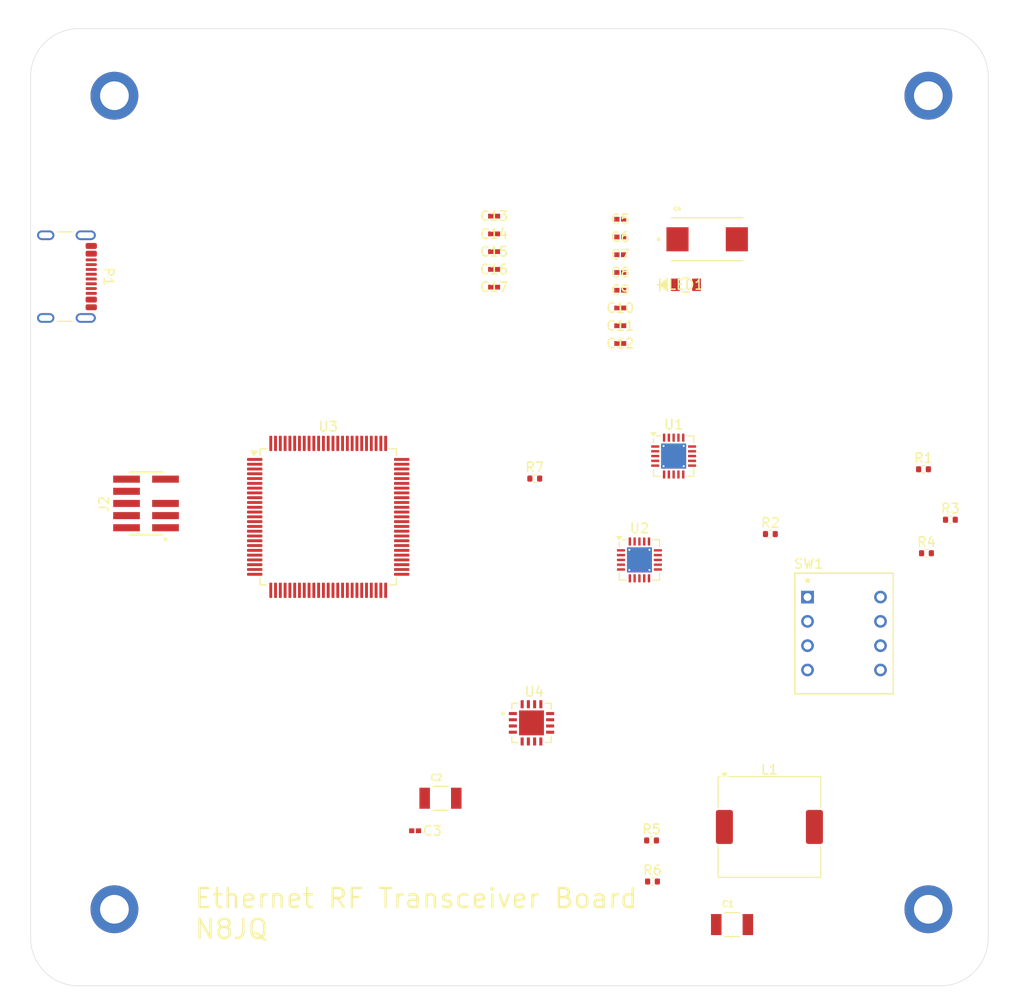
<source format=kicad_pcb>
(kicad_pcb (version 20241229) (generator "pcbnew") (generator_version "9.0")
  (layers (0 "F.Cu" signal "L1_Top") (4 "In1.Cu" power "L2_PWR") (6 "In2.Cu" power "L3_GND") (8 "In3.Cu" signal "L4_SIG") (10 "In4.Cu" power "L5_GND") (12 "In5.Cu" power "L6_GND") (14 "In6.Cu" signal "L7_SIG") (16 "In7.Cu" power "L8_GND") (18 "In8.Cu" power "L9_PWR") (2 "B.Cu" signal "L10_Bottom") (13 "F.Paste" user) (15 "B.Paste" user) (5 "F.SilkS" user "F.Silkscreen") (7 "B.SilkS" user "B.Silkscreen") (1 "F.Mask" user) (3 "B.Mask" user) (25 "Edge.Cuts" user))
  (net 0 "")
  (net 2 "+3.3V")
  (net 36 "GND")
  (net 122 "Net-(R3-Pad1)")
  (net 123 "Net-(R4-Pad1)")
  (net 124 "Boot0")
  (net 125 "Boot1")
  (net 126 "SWDCLK")
  (net 127 "SWDIO")
  (net 128 "NRST")
  (net 129 "SWO")
  (net 130 "SWCLK")
  (net 131 "Net-(U4-SW)")
  (net 132 "Net-(U4-EN)")
  (net 133 "Net-(U4-PGOOD)")
  (net 134 "+5V")
  (net 139 "Net-(LED1-Pad1)")
  (footprint "C0402C104J8RACTU:CAPC10555_55N_KEM-L" (layer "F.Cu") (at 157.824399 80.885985)
    (property "Reference" "C12" (at 0 0 0) (layer "F.SilkS"))
    (property "Value" "100nF")
    (pad "1" smd rect (at -0.350799 0) (size 0.551599 0.499199) (layers "F.Cu" "F.Mask" "F.Paste") (net 2 "+3.3V"))
    (pad "2" smd rect (at 0.350799 0) (size 0.551599 0.499199) (layers "F.Cu" "F.Mask" "F.Paste") (net 36 "GND"))
  )
  (footprint "Resistor_SMD:R_0402_1005Metric" (layer "F.Cu") (at 189.8 102.8)
    (property "Reference" "R4" (at 0 -1.17 0) (layer "F.SilkS"))
    (property "Value" "1K")
    (fp_line (start -0.153641 -0.38) (end 0.153641 -0.38) (stroke (width 0.12)) (layer "F.SilkS"))
    (fp_line (start -0.153641 0.38) (end 0.153641 0.38) (stroke (width 0.12)) (layer "F.SilkS"))
    (pad "1" smd roundrect (at -0.51 0) (size 0.54 0.64) (layers "F.Cu" "F.Mask" "F.Paste") (net 123 "Net-(R4-Pad1)"))
    (pad "2" smd roundrect (at 0.51 0) (size 0.54 0.64) (layers "F.Cu" "F.Mask" "F.Paste") (net 36 "GND"))
  )
  (footprint "Resistor_SMD:R_0402_1005Metric" (layer "F.Cu") (at 189.49 94.03)
    (property "Reference" "R1" (at 0 -1.17 0) (layer "F.SilkS"))
    (property "Value" "100k")
    (fp_line (start -0.153641 -0.38) (end 0.153641 -0.38) (stroke (width 0.12)) (layer "F.SilkS"))
    (fp_line (start -0.153641 0.38) (end 0.153641 0.38) (stroke (width 0.12)) (layer "F.SilkS"))
    (pad "1" smd roundrect (at -0.51 0) (size 0.54 0.64) (layers "F.Cu" "F.Mask" "F.Paste") (net 2 "+3.3V"))
    (pad "2" smd roundrect (at 0.51 0) (size 0.54 0.64) (layers "F.Cu" "F.Mask" "F.Paste") (net 124 "Boot0"))
  )
  (footprint "C0402C104J8RACTU:CAPC10555_55N_KEM-L" (layer "F.Cu") (at 157.824399 69.757197)
    (property "Reference" "C6" (at 0 0 0) (layer "F.SilkS"))
    (property "Value" "100nF")
    (pad "1" smd rect (at -0.350799 0) (size 0.551599 0.499199) (layers "F.Cu" "F.Mask" "F.Paste") (net 2 "+3.3V"))
    (pad "2" smd rect (at 0.350799 0) (size 0.551599 0.499199) (layers "F.Cu" "F.Mask" "F.Paste") (net 36 "GND"))
  )
  (footprint "C0402C104J8RACTU:CAPC10555_55N_KEM-L" (layer "F.Cu") (at 157.824399 75.321591)
    (property "Reference" "C9" (at 0 0 0) (layer "F.SilkS"))
    (property "Value" "100nF")
    (pad "1" smd rect (at -0.350799 0) (size 0.551599 0.499199) (layers "F.Cu" "F.Mask" "F.Paste") (net 2 "+3.3V"))
    (pad "2" smd rect (at 0.350799 0) (size 0.551599 0.499199) (layers "F.Cu" "F.Mask" "F.Paste") (net 36 "GND"))
  )
  (footprint "Package_DFN_QFN:QFN-20-1EP_4x4mm_P0.5mm_EP2.6x2.6mm_ThermalVias" (layer "F.Cu") (at 159.825 103.5)
    (property "Reference" "U2" (at 0 -3.3 0) (layer "F.SilkS"))
    (property "Value" "Si4464")
    (fp_line (start -2.11 -1.385) (end -2.11 -1.87) (stroke (width 0.12)) (layer "F.SilkS"))
    (fp_line (start -2.11 2.11) (end -2.11 1.385) (stroke (width 0.12)) (layer "F.SilkS"))
    (fp_line (start -1.385 -2.11) (end -1.81 -2.11) (stroke (width 0.12)) (layer "F.SilkS"))
    (fp_line (start -1.385 2.11) (end -2.11 2.11) (stroke (width 0.12)) (layer "F.SilkS"))
    (fp_line (start 1.385 -2.11) (end 2.11 -2.11) (stroke (width 0.12)) (layer "F.SilkS"))
    (fp_line (start 1.385 2.11) (end 2.11 2.11) (stroke (width 0.12)) (layer "F.SilkS"))
    (fp_line (start 2.11 -2.11) (end 2.11 -1.385) (stroke (width 0.12)) (layer "F.SilkS"))
    (fp_line (start 2.11 2.11) (end 2.11 1.385) (stroke (width 0.12)) (layer "F.SilkS"))
    (fp_poly (pts (xy -2.11 -2.11) (xy -2.35 -2.44) (xy -1.87 -2.44)) (stroke (width 0.12)) (fill yes) (layer "F.SilkS"))
    (pad "1" smd roundrect (at -1.925 -1) (size 0.85 0.25) (layers "F.Cu" "F.Mask" "F.Paste"))
    (pad "2" smd roundrect (at -1.925 -0.5) (size 0.85 0.25) (layers "F.Cu" "F.Mask" "F.Paste"))
    (pad "3" smd roundrect (at -1.925 0) (size 0.85 0.25) (layers "F.Cu" "F.Mask" "F.Paste"))
    (pad "4" smd roundrect (at -1.925 0.5) (size 0.85 0.25) (layers "F.Cu" "F.Mask" "F.Paste"))
    (pad "5" smd roundrect (at -1.925 1) (size 0.85 0.25) (layers "F.Cu" "F.Mask" "F.Paste"))
    (pad "6" smd roundrect (at -1 1.925) (size 0.25 0.85) (layers "F.Cu" "F.Mask" "F.Paste") (net 2 "+3.3V"))
    (pad "7" smd roundrect (at -0.5 1.925) (size 0.25 0.85) (layers "F.Cu" "F.Mask" "F.Paste"))
    (pad "8" smd roundrect (at 0 1.925) (size 0.25 0.85) (layers "F.Cu" "F.Mask" "F.Paste") (net 2 "+3.3V"))
    (pad "9" smd roundrect (at 0.5 1.925) (size 0.25 0.85) (layers "F.Cu" "F.Mask" "F.Paste"))
    (pad "10" smd roundrect (at 1 1.925) (size 0.25 0.85) (layers "F.Cu" "F.Mask" "F.Paste"))
    (pad "11" smd roundrect (at 1.925 1) (size 0.85 0.25) (layers "F.Cu" "F.Mask" "F.Paste"))
    (pad "12" smd roundrect (at 1.925 0.5) (size 0.85 0.25) (layers "F.Cu" "F.Mask" "F.Paste"))
    (pad "13" smd roundrect (at 1.925 0) (size 0.85 0.25) (layers "F.Cu" "F.Mask" "F.Paste"))
    (pad "14" smd roundrect (at 1.925 -0.5) (size 0.85 0.25) (layers "F.Cu" "F.Mask" "F.Paste"))
    (pad "15" smd roundrect (at 1.925 -1) (size 0.85 0.25) (layers "F.Cu" "F.Mask" "F.Paste"))
    (pad "16" smd roundrect (at 1 -1.925) (size 0.25 0.85) (layers "F.Cu" "F.Mask" "F.Paste"))
    (pad "17" smd roundrect (at 0.5 -1.925) (size 0.25 0.85) (layers "F.Cu" "F.Mask" "F.Paste"))
    (pad "18" smd roundrect (at 0 -1.925) (size 0.25 0.85) (layers "F.Cu" "F.Mask" "F.Paste") (net 36 "GND"))
    (pad "19" smd roundrect (at -0.5 -1.925) (size 0.25 0.85) (layers "F.Cu" "F.Mask" "F.Paste"))
    (pad "20" smd roundrect (at -1 -1.925) (size 0.25 0.85) (layers "F.Cu" "F.Mask" "F.Paste"))
    (pad "21" thru_hole circle (at -1.05 -1.05) (size 0.5 0.5) (drill 0.2) (property pad_prop_heatsink) (layers "*.Cu") (net 36 "GND"))
    (pad "21" thru_hole circle (at -1.05 1.05) (size 0.5 0.5) (drill 0.2) (property pad_prop_heatsink) (layers "*.Cu") (net 36 "GND"))
    (pad "21" smd rect (at 0 0) (size 2.6 2.6) (property pad_prop_heatsink) (layers "F.Cu" "F.Mask") (net 36 "GND"))
    (pad "21" smd rect (at 0 0) (size 2.6 2.6) (property pad_prop_heatsink) (layers "B.Cu") (net 36 "GND"))
    (pad "21" thru_hole circle (at 1.05 -1.05) (size 0.5 0.5) (drill 0.2) (property pad_prop_heatsink) (layers "*.Cu") (net 36 "GND"))
    (pad "21" thru_hole circle (at 1.05 1.05) (size 0.5 0.5) (drill 0.2) (property pad_prop_heatsink) (layers "*.Cu") (net 36 "GND"))
  )
  (footprint "C0402C104J8RACTU:CAPC10555_55N_KEM-L" (layer "F.Cu") (at 144.649201 75)
    (property "Reference" "C17" (at 0 0 0) (layer "F.SilkS"))
    (property "Value" "100nF")
    (pad "1" smd rect (at -0.350799 0) (size 0.551599 0.499199) (layers "F.Cu" "F.Mask" "F.Paste") (net 2 "+3.3V"))
    (pad "2" smd rect (at 0.350799 0) (size 0.551599 0.499199) (layers "F.Cu" "F.Mask" "F.Paste") (net 36 "GND"))
  )
  (footprint "Package_DFN_QFN:QFN-20-1EP_4x4mm_P0.5mm_EP2.6x2.6mm_ThermalVias" (layer "F.Cu") (at 163.4 92.65)
    (property "Reference" "U1" (at 0 -3.3 0) (layer "F.SilkS"))
    (property "Value" "Si4464")
    (fp_line (start -2.11 -1.385) (end -2.11 -1.87) (stroke (width 0.12)) (layer "F.SilkS"))
    (fp_line (start -2.11 2.11) (end -2.11 1.385) (stroke (width 0.12)) (layer "F.SilkS"))
    (fp_line (start -1.385 -2.11) (end -1.81 -2.11) (stroke (width 0.12)) (layer "F.SilkS"))
    (fp_line (start -1.385 2.11) (end -2.11 2.11) (stroke (width 0.12)) (layer "F.SilkS"))
    (fp_line (start 1.385 -2.11) (end 2.11 -2.11) (stroke (width 0.12)) (layer "F.SilkS"))
    (fp_line (start 1.385 2.11) (end 2.11 2.11) (stroke (width 0.12)) (layer "F.SilkS"))
    (fp_line (start 2.11 -2.11) (end 2.11 -1.385) (stroke (width 0.12)) (layer "F.SilkS"))
    (fp_line (start 2.11 2.11) (end 2.11 1.385) (stroke (width 0.12)) (layer "F.SilkS"))
    (fp_poly (pts (xy -2.11 -2.11) (xy -2.35 -2.44) (xy -1.87 -2.44)) (stroke (width 0.12)) (fill yes) (layer "F.SilkS"))
    (pad "1" smd roundrect (at -1.925 -1) (size 0.85 0.25) (layers "F.Cu" "F.Mask" "F.Paste"))
    (pad "2" smd roundrect (at -1.925 -0.5) (size 0.85 0.25) (layers "F.Cu" "F.Mask" "F.Paste"))
    (pad "3" smd roundrect (at -1.925 0) (size 0.85 0.25) (layers "F.Cu" "F.Mask" "F.Paste"))
    (pad "4" smd roundrect (at -1.925 0.5) (size 0.85 0.25) (layers "F.Cu" "F.Mask" "F.Paste"))
    (pad "5" smd roundrect (at -1.925 1) (size 0.85 0.25) (layers "F.Cu" "F.Mask" "F.Paste"))
    (pad "6" smd roundrect (at -1 1.925) (size 0.25 0.85) (layers "F.Cu" "F.Mask" "F.Paste") (net 2 "+3.3V"))
    (pad "7" smd roundrect (at -0.5 1.925) (size 0.25 0.85) (layers "F.Cu" "F.Mask" "F.Paste"))
    (pad "8" smd roundrect (at 0 1.925) (size 0.25 0.85) (layers "F.Cu" "F.Mask" "F.Paste") (net 2 "+3.3V"))
    (pad "9" smd roundrect (at 0.5 1.925) (size 0.25 0.85) (layers "F.Cu" "F.Mask" "F.Paste"))
    (pad "10" smd roundrect (at 1 1.925) (size 0.25 0.85) (layers "F.Cu" "F.Mask" "F.Paste"))
    (pad "11" smd roundrect (at 1.925 1) (size 0.85 0.25) (layers "F.Cu" "F.Mask" "F.Paste"))
    (pad "12" smd roundrect (at 1.925 0.5) (size 0.85 0.25) (layers "F.Cu" "F.Mask" "F.Paste"))
    (pad "13" smd roundrect (at 1.925 0) (size 0.85 0.25) (layers "F.Cu" "F.Mask" "F.Paste"))
    (pad "14" smd roundrect (at 1.925 -0.5) (size 0.85 0.25) (layers "F.Cu" "F.Mask" "F.Paste"))
    (pad "15" smd roundrect (at 1.925 -1) (size 0.85 0.25) (layers "F.Cu" "F.Mask" "F.Paste"))
    (pad "16" smd roundrect (at 1 -1.925) (size 0.25 0.85) (layers "F.Cu" "F.Mask" "F.Paste"))
    (pad "17" smd roundrect (at 0.5 -1.925) (size 0.25 0.85) (layers "F.Cu" "F.Mask" "F.Paste"))
    (pad "18" smd roundrect (at 0 -1.925) (size 0.25 0.85) (layers "F.Cu" "F.Mask" "F.Paste") (net 36 "GND"))
    (pad "19" smd roundrect (at -0.5 -1.925) (size 0.25 0.85) (layers "F.Cu" "F.Mask" "F.Paste"))
    (pad "20" smd roundrect (at -1 -1.925) (size 0.25 0.85) (layers "F.Cu" "F.Mask" "F.Paste"))
    (pad "21" thru_hole circle (at -1.05 -1.05) (size 0.5 0.5) (drill 0.2) (property pad_prop_heatsink) (layers "*.Cu") (net 36 "GND"))
    (pad "21" thru_hole circle (at -1.05 1.05) (size 0.5 0.5) (drill 0.2) (property pad_prop_heatsink) (layers "*.Cu") (net 36 "GND"))
    (pad "21" smd rect (at 0 0) (size 2.6 2.6) (property pad_prop_heatsink) (layers "F.Cu" "F.Mask") (net 36 "GND"))
    (pad "21" smd rect (at 0 0) (size 2.6 2.6) (property pad_prop_heatsink) (layers "B.Cu") (net 36 "GND"))
    (pad "21" thru_hole circle (at 1.05 -1.05) (size 0.5 0.5) (drill 0.2) (property pad_prop_heatsink) (layers "*.Cu") (net 36 "GND"))
    (pad "21" thru_hole circle (at 1.05 1.05) (size 0.5 0.5) (drill 0.2) (property pad_prop_heatsink) (layers "*.Cu") (net 36 "GND"))
  )
  (footprint "C3225X5R0J107M250AB:CAP_C3225X5R0J107M250AB" (layer "F.Cu") (at 169.5 141.6)
    (property "Reference" "C1" (at -0.418 -2.1564 0) (layer "F.SilkS") (effects (font (size 0.64 0.64))))
    (property "Value" "100uF" (hide yes))
    (fp_line (start -0.78 -1.25) (end 0.78 -1.25) (stroke (width 0.127)) (layer "F.SilkS"))
    (fp_line (start -0.78 1.25) (end 0.78 1.25) (stroke (width 0.127)) (layer "F.SilkS"))
    (pad "1" smd rect (at -1.65 0) (size 1.1 2.2) (layers "F.Cu" "F.Mask" "F.Paste") (net 2 "+3.3V"))
    (pad "2" smd rect (at 1.65 0) (size 1.1 2.2) (layers "F.Cu" "F.Mask" "F.Paste") (net 36 "GND"))
  )
  (footprint "Resistor_SMD:R_0402_1005Metric" (layer "F.Cu") (at 173.5 100.8)
    (property "Reference" "R2" (at 0 -1.17 0) (layer "F.SilkS"))
    (property "Value" "100k")
    (fp_line (start -0.153641 -0.38) (end 0.153641 -0.38) (stroke (width 0.12)) (layer "F.SilkS"))
    (fp_line (start -0.153641 0.38) (end 0.153641 0.38) (stroke (width 0.12)) (layer "F.SilkS"))
    (pad "1" smd roundrect (at -0.51 0) (size 0.54 0.64) (layers "F.Cu" "F.Mask" "F.Paste") (net 2 "+3.3V"))
    (pad "2" smd roundrect (at 0.51 0) (size 0.54 0.64) (layers "F.Cu" "F.Mask" "F.Paste") (net 125 "Boot1"))
  )
  (footprint "TRME337K010R0035:CAPPM7343X310N" (layer "F.Cu") (at 166.9 70)
    (property "Reference" "C4" (at -3.11 -3.17 0) (layer "F.SilkS") (effects (font (size 0.393701 0.393701) (thickness 0.098425))))
    (property "Value" "330uF")
    (fp_line (start -3.75 -2.25) (end 3.75 -2.25) (stroke (width 0.127)) (layer "F.SilkS"))
    (fp_line (start -3.75 2.25) (end 3.75 2.25) (stroke (width 0.127)) (layer "F.SilkS"))
    (fp_circle (center -5.08 0) (end -4.98 0) (stroke (width 0.2)) (fill no) (layer "F.SilkS"))
    (pad "1" smd rect (at -3.1 0) (size 2.31 2.52) (layers "F.Cu" "F.Mask" "F.Paste") (net 2 "+3.3V"))
    (pad "2" smd rect (at 3.1 0) (size 2.31 2.52) (layers "F.Cu" "F.Mask" "F.Paste") (net 36 "GND"))
  )
  (footprint "C0402C104J8RACTU:CAPC10555_55N_KEM-L" (layer "F.Cu") (at 157.824399 77.176389)
    (property "Reference" "C10" (at 0 0 0) (layer "F.SilkS"))
    (property "Value" "100nF")
    (pad "1" smd rect (at -0.350799 0) (size 0.551599 0.499199) (layers "F.Cu" "F.Mask" "F.Paste") (net 2 "+3.3V"))
    (pad "2" smd rect (at 0.350799 0) (size 0.551599 0.499199) (layers "F.Cu" "F.Mask" "F.Paste") (net 36 "GND"))
  )
  (footprint "C0402C104J8RACTU:CAPC10555_55N_KEM-L" (layer "F.Cu") (at 144.649201 73.145202)
    (property "Reference" "C16" (at 0 0 0) (layer "F.SilkS"))
    (property "Value" "100nF")
    (pad "1" smd rect (at -0.350799 0) (size 0.551599 0.499199) (layers "F.Cu" "F.Mask" "F.Paste") (net 2 "+3.3V"))
    (pad "2" smd rect (at 0.350799 0) (size 0.551599 0.499199) (layers "F.Cu" "F.Mask" "F.Paste") (net 36 "GND"))
  )
  (footprint "208-4:DIP8_208-4_CTS" (layer "F.Cu") (at 177.38 107.38)
    (property "Reference" "SW1" (at 0.12 -3.48 0) (layer "F.SilkS"))
    (property "Value" "208-4")
    (fp_line (start -1.3335 -2.4892) (end -1.3335 10.1092) (stroke (width 0.1524)) (layer "F.SilkS"))
    (fp_line (start -1.3335 10.1092) (end 8.9535 10.1092) (stroke (width 0.1524)) (layer "F.SilkS"))
    (fp_line (start 8.9535 -2.4892) (end -1.3335 -2.4892) (stroke (width 0.1524)) (layer "F.SilkS"))
    (fp_line (start 8.9535 10.1092) (end 8.9535 -2.4892) (stroke (width 0.1524)) (layer "F.SilkS"))
    (fp_text user "*" (at 0 -1.4224 0) (layer "F.SilkS"))
    (fp_text user "*" (at 0 -1.4224 0) (layer "F.SilkS"))
    (pad "1" thru_hole rect (at 0 0) (size 1.3208 1.3208) (drill 0.8128) (layers "*.Cu" "*.Mask") (net 124 "Boot0"))
    (pad "2" thru_hole circle (at 0 2.54) (size 1.3208 1.3208) (drill 0.8128) (layers "*.Cu" "*.Mask") (net 125 "Boot1"))
    (pad "3" thru_hole circle (at 0 5.08) (size 1.3208 1.3208) (drill 0.8128) (layers "*.Cu" "*.Mask"))
    (pad "4" thru_hole circle (at 0 7.62) (size 1.3208 1.3208) (drill 0.8128) (layers "*.Cu" "*.Mask"))
    (pad "5" thru_hole circle (at 7.62 0) (size 1.3208 1.3208) (drill 0.8128) (layers "*.Cu" "*.Mask") (net 123 "Net-(R4-Pad1)"))
    (pad "6" thru_hole circle (at 7.62 2.54) (size 1.3208 1.3208) (drill 0.8128) (layers "*.Cu" "*.Mask") (net 122 "Net-(R3-Pad1)"))
    (pad "7" thru_hole circle (at 7.62 5.08) (size 1.3208 1.3208) (drill 0.8128) (layers "*.Cu" "*.Mask"))
    (pad "8" thru_hole circle (at 7.62 7.62) (size 1.3208 1.3208) (drill 0.8128) (layers "*.Cu" "*.Mask"))
  )
  (footprint "C0402C104J8RACTU:CAPC10555_55N_KEM-L" (layer "F.Cu") (at 157.824399 67.902399)
    (property "Reference" "C5" (at 0 0 0) (layer "F.SilkS"))
    (property "Value" "100nF")
    (pad "1" smd rect (at -0.350799 0) (size 0.551599 0.499199) (layers "F.Cu" "F.Mask" "F.Paste") (net 2 "+3.3V"))
    (pad "2" smd rect (at 0.350799 0) (size 0.551599 0.499199) (layers "F.Cu" "F.Mask" "F.Paste") (net 36 "GND"))
  )
  (footprint "FTSH-105-01-L-DV-007-K:SAMTEC_FTSH-105-X-X-DV-007-P-X" (layer "F.Cu") (at 108.3 97.6 90)
    (property "Reference" "J2" (at -0.075 -4.385 90) (layer "F.SilkS"))
    (property "Value" "FTSH-105-X-X-DV-007-P-X")
    (fp_line (start 3.26 -1.715) (end 3.26 1.715) (stroke (width 0.2)) (layer "F.SilkS"))
    (fp_line (start -3.26 1.715) (end -3.26 -1.715) (stroke (width 0.2)) (layer "F.SilkS"))
    (fp_circle (center -3.75 2.035) (end -3.65 2.035) (stroke (width 0.2)) (fill no) (layer "F.SilkS"))
    (pad "01" smd rect (at -2.54 2.035 90) (size 0.74 2.79) (layers "F.Cu" "F.Mask" "F.Paste") (net 2 "+3.3V"))
    (pad "02" smd rect (at -2.54 -2.035 90) (size 0.74 2.79) (layers "F.Cu" "F.Mask" "F.Paste") (net 127 "SWDIO"))
    (pad "03" smd rect (at -1.27 2.035 90) (size 0.74 2.79) (layers "F.Cu" "F.Mask" "F.Paste") (net 36 "GND"))
    (pad "04" smd rect (at -1.27 -2.035 90) (size 0.74 2.79) (layers "F.Cu" "F.Mask" "F.Paste") (net 126 "SWDCLK"))
    (pad "05" smd rect (at 0 2.035 90) (size 0.74 2.79) (layers "F.Cu" "F.Mask" "F.Paste") (net 36 "GND"))
    (pad "06" smd rect (at 0 -2.035 90) (size 0.74 2.79) (layers "F.Cu" "F.Mask" "F.Paste") (net 129 "SWO"))
    (pad "08" smd rect (at 1.27 -2.035 90) (size 0.74 2.79) (layers "F.Cu" "F.Mask" "F.Paste"))
    (pad "09" smd rect (at 2.54 2.035 90) (size 0.74 2.79) (layers "F.Cu" "F.Mask" "F.Paste") (net 36 "GND"))
    (pad "10" smd rect (at 2.54 -2.035 90) (size 0.74 2.79) (layers "F.Cu" "F.Mask" "F.Paste") (net 128 "NRST"))
  )
  (footprint "C0402C104J8RACTU:CAPC10555_55N_KEM-L" (layer "F.Cu") (at 157.824399 71.611995)
    (property "Reference" "C7" (at 0 0 0) (layer "F.SilkS"))
    (property "Value" "100nF")
    (pad "1" smd rect (at -0.350799 0) (size 0.551599 0.499199) (layers "F.Cu" "F.Mask" "F.Paste") (net 2 "+3.3V"))
    (pad "2" smd rect (at 0.350799 0) (size 0.551599 0.499199) (layers "F.Cu" "F.Mask" "F.Paste") (net 36 "GND"))
  )
  (footprint "Resistor_SMD:R_0402_1005Metric" (layer "F.Cu") (at 148.8951 95)
    (property "Reference" "R7" (at 0 -1.17 0) (layer "F.SilkS"))
    (property "Value" "60")
    (fp_line (start -0.153641 -0.38) (end 0.153641 -0.38) (stroke (width 0.12)) (layer "F.SilkS"))
    (fp_line (start -0.153641 0.38) (end 0.153641 0.38) (stroke (width 0.12)) (layer "F.SilkS"))
    (pad "1" smd roundrect (at -0.51 0) (size 0.54 0.64) (layers "F.Cu" "F.Mask" "F.Paste") (net 36 "GND"))
    (pad "2" smd roundrect (at 0.51 0) (size 0.54 0.64) (layers "F.Cu" "F.Mask" "F.Paste") (net 139 "Net-(LED1-Pad1)"))
  )
  (footprint "ADP2164ACPZ_3_3_R7:QFN65P400X400X80-17N" (layer "F.Cu") (at 148.555 120.525)
    (property "Reference" "U4" (at 0.285 -3.25 0) (layer "F.SilkS"))
    (property "Value" "ADP2164ACPZ-3.3-R7")
    (fp_line (start -2.05 -2.05) (end -2.05 -1.455) (stroke (width 0.127)) (layer "F.SilkS"))
    (fp_line (start -2.05 -2.05) (end -1.455 -2.05) (stroke (width 0.127)) (layer "F.SilkS"))
    (fp_line (start -2.05 2.05) (end -2.05 1.455) (stroke (width 0.127)) (layer "F.SilkS"))
    (fp_line (start -2.05 2.05) (end -1.455 2.05) (stroke (width 0.127)) (layer "F.SilkS"))
    (fp_line (start 2.05 -2.05) (end 1.455 -2.05) (stroke (width 0.127)) (layer "F.SilkS"))
    (fp_line (start 2.05 -2.05) (end 2.05 -1.455) (stroke (width 0.127)) (layer "F.SilkS"))
    (fp_line (start 2.05 2.05) (end 1.455 2.05) (stroke (width 0.127)) (layer "F.SilkS"))
    (fp_line (start 2.05 2.05) (end 2.05 1.455) (stroke (width 0.127)) (layer "F.SilkS"))
    (fp_circle (center -2.985 -0.975) (end -2.885 -0.975) (stroke (width 0.2)) (fill no) (layer "F.SilkS"))
    (pad "1" smd roundrect (at -1.945 -0.975) (size 0.84 0.32) (layers "F.Cu" "F.Mask" "F.Paste") (roundrect_rratio 0.125) (net 132 "Net-(U4-EN)"))
    (pad "2" smd roundrect (at -1.945 -0.325) (size 0.84 0.32) (layers "F.Cu" "F.Mask" "F.Paste") (roundrect_rratio 0.125) (net 132 "Net-(U4-EN)"))
    (pad "3" smd roundrect (at -1.945 0.325) (size 0.84 0.32) (layers "F.Cu" "F.Mask" "F.Paste") (roundrect_rratio 0.125) (net 132 "Net-(U4-EN)"))
    (pad "4" smd roundrect (at -1.945 0.975) (size 0.84 0.32) (layers "F.Cu" "F.Mask" "F.Paste") (roundrect_rratio 0.125) (net 2 "+3.3V"))
    (pad "5" smd roundrect (at -0.975 1.945) (size 0.32 0.84) (layers "F.Cu" "F.Mask" "F.Paste") (roundrect_rratio 0.125) (net 36 "GND"))
    (pad "6" smd roundrect (at -0.325 1.945) (size 0.32 0.84) (layers "F.Cu" "F.Mask" "F.Paste") (roundrect_rratio 0.125) (net 36 "GND"))
    (pad "7" smd roundrect (at 0.325 1.945) (size 0.32 0.84) (layers "F.Cu" "F.Mask" "F.Paste") (roundrect_rratio 0.125) (net 36 "GND"))
    (pad "8" smd roundrect (at 0.975 1.945) (size 0.32 0.84) (layers "F.Cu" "F.Mask" "F.Paste") (roundrect_rratio 0.125) (net 36 "GND"))
    (pad "9" smd roundrect (at 1.945 0.975) (size 0.84 0.32) (layers "F.Cu" "F.Mask" "F.Paste") (roundrect_rratio 0.125) (net 131 "Net-(U4-SW)"))
    (pad "10" smd roundrect (at 1.945 0.325) (size 0.84 0.32) (layers "F.Cu" "F.Mask" "F.Paste") (roundrect_rratio 0.125) (net 131 "Net-(U4-SW)"))
    (pad "11" smd roundrect (at 1.945 -0.325) (size 0.84 0.32) (layers "F.Cu" "F.Mask" "F.Paste") (roundrect_rratio 0.125) (net 131 "Net-(U4-SW)"))
    (pad "12" smd roundrect (at 1.945 -0.975) (size 0.84 0.32) (layers "F.Cu" "F.Mask" "F.Paste") (roundrect_rratio 0.125) (net 134 "+5V"))
    (pad "13" smd roundrect (at 0.975 -1.945) (size 0.32 0.84) (layers "F.Cu" "F.Mask" "F.Paste") (roundrect_rratio 0.125) (net 134 "+5V"))
    (pad "14" smd roundrect (at 0.325 -1.945) (size 0.32 0.84) (layers "F.Cu" "F.Mask" "F.Paste") (roundrect_rratio 0.125) (net 132 "Net-(U4-EN)"))
    (pad "15" smd roundrect (at -0.325 -1.945) (size 0.32 0.84) (layers "F.Cu" "F.Mask" "F.Paste") (roundrect_rratio 0.125) (net 132 "Net-(U4-EN)"))
    (pad "16" smd roundrect (at -0.975 -1.945) (size 0.32 0.84) (layers "F.Cu" "F.Mask" "F.Paste") (roundrect_rratio 0.125) (net 133 "Net-(U4-PGOOD)"))
    (pad "17" smd rect (at 0 0) (size 2.6 2.6) (layers "F.Cu" "F.Mask") (net 36 "GND"))
  )
  (footprint "Resistor_SMD:R_0402_1005Metric" (layer "F.Cu") (at 161.19 137.1)
    (property "Reference" "R6" (at 0 -1.17 0) (layer "F.SilkS"))
    (property "Value" "10")
    (fp_line (start -0.153641 -0.38) (end 0.153641 -0.38) (stroke (width 0.12)) (layer "F.SilkS"))
    (fp_line (start -0.153641 0.38) (end 0.153641 0.38) (stroke (width 0.12)) (layer "F.SilkS"))
    (pad "1" smd roundrect (at -0.51 0) (size 0.54 0.64) (layers "F.Cu" "F.Mask" "F.Paste") (net 134 "+5V"))
    (pad "2" smd roundrect (at 0.51 0) (size 0.54 0.64) (layers "F.Cu" "F.Mask" "F.Paste") (net 132 "Net-(U4-EN)"))
  )
  (footprint "Resistor_SMD:R_0402_1005Metric" (layer "F.Cu") (at 161.09 132.81)
    (property "Reference" "R5" (at 0 -1.17 0) (layer "F.SilkS"))
    (property "Value" "10k")
    (fp_line (start -0.153641 -0.38) (end 0.153641 -0.38) (stroke (width 0.12)) (layer "F.SilkS"))
    (fp_line (start -0.153641 0.38) (end 0.153641 0.38) (stroke (width 0.12)) (layer "F.SilkS"))
    (pad "1" smd roundrect (at -0.51 0) (size 0.54 0.64) (layers "F.Cu" "F.Mask" "F.Paste") (net 132 "Net-(U4-EN)"))
    (pad "2" smd roundrect (at 0.51 0) (size 0.54 0.64) (layers "F.Cu" "F.Mask" "F.Paste") (net 133 "Net-(U4-PGOOD)"))
  )
  (footprint "C0402C104J8RACTU:CAPC10555_55N_KEM-L" (layer "F.Cu") (at 136.4 131.8)
    (property "Reference" "C3" (at 1.8 0 0) (layer "F.SilkS"))
    (property "Value" "100nF" (hide yes))
    (pad "1" smd rect (at -0.350799 0) (size 0.551599 0.499199) (layers "F.Cu" "F.Mask" "F.Paste") (net 132 "Net-(U4-EN)"))
    (pad "2" smd rect (at 0.350799 0) (size 0.551599 0.499199) (layers "F.Cu" "F.Mask" "F.Paste") (net 36 "GND"))
  )
  (footprint "Package_QFP:LQFP-100_14x14mm_P0.5mm" (layer "F.Cu") (at 127.325 99)
    (property "Reference" "U3" (at 0 -9.43 0) (layer "F.SilkS"))
    (property "Value" "STM32F407VGT6")
    (fp_line (start -7.11 -7.11) (end -7.11 -6.41) (stroke (width 0.12)) (layer "F.SilkS"))
    (fp_line (start -7.11 7.11) (end -7.11 6.41) (stroke (width 0.12)) (layer "F.SilkS"))
    (fp_line (start -6.41 -7.11) (end -7.11 -7.11) (stroke (width 0.12)) (layer "F.SilkS"))
    (fp_line (start -6.41 7.11) (end -7.11 7.11) (stroke (width 0.12)) (layer "F.SilkS"))
    (fp_line (start 6.41 -7.11) (end 7.11 -7.11) (stroke (width 0.12)) (layer "F.SilkS"))
    (fp_line (start 6.41 7.11) (end 7.11 7.11) (stroke (width 0.12)) (layer "F.SilkS"))
    (fp_line (start 7.11 -7.11) (end 7.11 -6.41) (stroke (width 0.12)) (layer "F.SilkS"))
    (fp_line (start 7.11 7.11) (end 7.11 6.41) (stroke (width 0.12)) (layer "F.SilkS"))
    (fp_poly (pts (xy -7.7375 -6.41) (xy -8.0775 -6.88) (xy -7.3975 -6.88)) (stroke (width 0.12)) (fill yes) (layer "F.SilkS"))
    (pad "1" smd roundrect (at -7.675 -6) (size 1.6 0.3) (layers "F.Cu" "F.Mask" "F.Paste"))
    (pad "2" smd roundrect (at -7.675 -5.5) (size 1.6 0.3) (layers "F.Cu" "F.Mask" "F.Paste"))
    (pad "3" smd roundrect (at -7.675 -5) (size 1.6 0.3) (layers "F.Cu" "F.Mask" "F.Paste"))
    (pad "4" smd roundrect (at -7.675 -4.5) (size 1.6 0.3) (layers "F.Cu" "F.Mask" "F.Paste"))
    (pad "5" smd roundrect (at -7.675 -4) (size 1.6 0.3) (layers "F.Cu" "F.Mask" "F.Paste"))
    (pad "6" smd roundrect (at -7.675 -3.5) (size 1.6 0.3) (layers "F.Cu" "F.Mask" "F.Paste") (net 2 "+3.3V"))
    (pad "7" smd roundrect (at -7.675 -3) (size 1.6 0.3) (layers "F.Cu" "F.Mask" "F.Paste"))
    (pad "8" smd roundrect (at -7.675 -2.5) (size 1.6 0.3) (layers "F.Cu" "F.Mask" "F.Paste"))
    (pad "9" smd roundrect (at -7.675 -2) (size 1.6 0.3) (layers "F.Cu" "F.Mask" "F.Paste"))
    (pad "10" smd roundrect (at -7.675 -1.5) (size 1.6 0.3) (layers "F.Cu" "F.Mask" "F.Paste") (net 36 "GND"))
    (pad "11" smd roundrect (at -7.675 -1) (size 1.6 0.3) (layers "F.Cu" "F.Mask" "F.Paste") (net 2 "+3.3V"))
    (pad "12" smd roundrect (at -7.675 -0.5) (size 1.6 0.3) (layers "F.Cu" "F.Mask" "F.Paste"))
    (pad "13" smd roundrect (at -7.675 0) (size 1.6 0.3) (layers "F.Cu" "F.Mask" "F.Paste"))
    (pad "14" smd roundrect (at -7.675 0.5) (size 1.6 0.3) (layers "F.Cu" "F.Mask" "F.Paste") (net 128 "NRST"))
    (pad "15" smd roundrect (at -7.675 1) (size 1.6 0.3) (layers "F.Cu" "F.Mask" "F.Paste"))
    (pad "16" smd roundrect (at -7.675 1.5) (size 1.6 0.3) (layers "F.Cu" "F.Mask" "F.Paste"))
    (pad "17" smd roundrect (at -7.675 2) (size 1.6 0.3) (layers "F.Cu" "F.Mask" "F.Paste"))
    (pad "18" smd roundrect (at -7.675 2.5) (size 1.6 0.3) (layers "F.Cu" "F.Mask" "F.Paste"))
    (pad "19" smd roundrect (at -7.675 3) (size 1.6 0.3) (layers "F.Cu" "F.Mask" "F.Paste") (net 2 "+3.3V"))
    (pad "20" smd roundrect (at -7.675 3.5) (size 1.6 0.3) (layers "F.Cu" "F.Mask" "F.Paste") (net 36 "GND"))
    (pad "21" smd roundrect (at -7.675 4) (size 1.6 0.3) (layers "F.Cu" "F.Mask" "F.Paste") (net 2 "+3.3V"))
    (pad "22" smd roundrect (at -7.675 4.5) (size 1.6 0.3) (layers "F.Cu" "F.Mask" "F.Paste") (net 2 "+3.3V"))
    (pad "23" smd roundrect (at -7.675 5) (size 1.6 0.3) (layers "F.Cu" "F.Mask" "F.Paste"))
    (pad "24" smd roundrect (at -7.675 5.5) (size 1.6 0.3) (layers "F.Cu" "F.Mask" "F.Paste"))
    (pad "25" smd roundrect (at -7.675 6) (size 1.6 0.3) (layers "F.Cu" "F.Mask" "F.Paste"))
    (pad "26" smd roundrect (at -6 7.675) (size 0.3 1.6) (layers "F.Cu" "F.Mask" "F.Paste"))
    (pad "27" smd roundrect (at -5.5 7.675) (size 0.3 1.6) (layers "F.Cu" "F.Mask" "F.Paste") (net 36 "GND"))
    (pad "28" smd roundrect (at -5 7.675) (size 0.3 1.6) (layers "F.Cu" "F.Mask" "F.Paste") (net 2 "+3.3V"))
    (pad "29" smd roundrect (at -4.5 7.675) (size 0.3 1.6) (layers "F.Cu" "F.Mask" "F.Paste"))
    (pad "30" smd roundrect (at -4 7.675) (size 0.3 1.6) (layers "F.Cu" "F.Mask" "F.Paste"))
    (pad "31" smd roundrect (at -3.5 7.675) (size 0.3 1.6) (layers "F.Cu" "F.Mask" "F.Paste"))
    (pad "32" smd roundrect (at -3 7.675) (size 0.3 1.6) (layers "F.Cu" "F.Mask" "F.Paste"))
    (pad "33" smd roundrect (at -2.5 7.675) (size 0.3 1.6) (layers "F.Cu" "F.Mask" "F.Paste"))
    (pad "34" smd roundrect (at -2 7.675) (size 0.3 1.6) (layers "F.Cu" "F.Mask" "F.Paste"))
    (pad "35" smd roundrect (at -1.5 7.675) (size 0.3 1.6) (layers "F.Cu" "F.Mask" "F.Paste"))
    (pad "36" smd roundrect (at -1 7.675) (size 0.3 1.6) (layers "F.Cu" "F.Mask" "F.Paste"))
    (pad "37" smd roundrect (at -0.5 7.675) (size 0.3 1.6) (layers "F.Cu" "F.Mask" "F.Paste") (net 125 "Boot1"))
    (pad "38" smd roundrect (at 0 7.675) (size 0.3 1.6) (layers "F.Cu" "F.Mask" "F.Paste"))
    (pad "39" smd roundrect (at 0.5 7.675) (size 0.3 1.6) (layers "F.Cu" "F.Mask" "F.Paste"))
    (pad "40" smd roundrect (at 1 7.675) (size 0.3 1.6) (layers "F.Cu" "F.Mask" "F.Paste"))
    (pad "41" smd roundrect (at 1.5 7.675) (size 0.3 1.6) (layers "F.Cu" "F.Mask" "F.Paste"))
    (pad "42" smd roundrect (at 2 7.675) (size 0.3 1.6) (layers "F.Cu" "F.Mask" "F.Paste"))
    (pad "43" smd roundrect (at 2.5 7.675) (size 0.3 1.6) (layers "F.Cu" "F.Mask" "F.Paste"))
    (pad "44" smd roundrect (at 3 7.675) (size 0.3 1.6) (layers "F.Cu" "F.Mask" "F.Paste"))
    (pad "45" smd roundrect (at 3.5 7.675) (size 0.3 1.6) (layers "F.Cu" "F.Mask" "F.Paste"))
    (pad "46" smd roundrect (at 4 7.675) (size 0.3 1.6) (layers "F.Cu" "F.Mask" "F.Paste"))
    (pad "47" smd roundrect (at 4.5 7.675) (size 0.3 1.6) (layers "F.Cu" "F.Mask" "F.Paste"))
    (pad "48" smd roundrect (at 5 7.675) (size 0.3 1.6) (layers "F.Cu" "F.Mask" "F.Paste"))
    (pad "49" smd roundrect (at 5.5 7.675) (size 0.3 1.6) (layers "F.Cu" "F.Mask" "F.Paste"))
    (pad "50" smd roundrect (at 6 7.675) (size 0.3 1.6) (layers "F.Cu" "F.Mask" "F.Paste") (net 2 "+3.3V"))
    (pad "51" smd roundrect (at 7.675 6) (size 1.6 0.3) (layers "F.Cu" "F.Mask" "F.Paste"))
    (pad "52" smd roundrect (at 7.675 5.5) (size 1.6 0.3) (layers "F.Cu" "F.Mask" "F.Paste"))
    (pad "53" smd roundrect (at 7.675 5) (size 1.6 0.3) (layers "F.Cu" "F.Mask" "F.Paste"))
    (pad "54" smd roundrect (at 7.675 4.5) (size 1.6 0.3) (layers "F.Cu" "F.Mask" "F.Paste"))
    (pad "55" smd roundrect (at 7.675 4) (size 1.6 0.3) (layers "F.Cu" "F.Mask" "F.Paste"))
    (pad "56" smd roundrect (at 7.675 3.5) (size 1.6 0.3) (layers "F.Cu" "F.Mask" "F.Paste"))
    (pad "57" smd roundrect (at 7.675 3) (size 1.6 0.3) (layers "F.Cu" "F.Mask" "F.Paste"))
    (pad "58" smd roundrect (at 7.675 2.5) (size 1.6 0.3) (layers "F.Cu" "F.Mask" "F.Paste"))
    (pad "59" smd roundrect (at 7.675 2) (size 1.6 0.3) (layers "F.Cu" "F.Mask" "F.Paste"))
    (pad "60" smd roundrect (at 7.675 1.5) (size 1.6 0.3) (layers "F.Cu" "F.Mask" "F.Paste"))
    (pad "61" smd roundrect (at 7.675 1) (size 1.6 0.3) (layers "F.Cu" "F.Mask" "F.Paste"))
    (pad "62" smd roundrect (at 7.675 0.5) (size 1.6 0.3) (layers "F.Cu" "F.Mask" "F.Paste"))
    (pad "63" smd roundrect (at 7.675 0) (size 1.6 0.3) (layers "F.Cu" "F.Mask" "F.Paste"))
    (pad "64" smd roundrect (at 7.675 -0.5) (size 1.6 0.3) (layers "F.Cu" "F.Mask" "F.Paste"))
    (pad "65" smd roundrect (at 7.675 -1) (size 1.6 0.3) (layers "F.Cu" "F.Mask" "F.Paste"))
    (pad "66" smd roundrect (at 7.675 -1.5) (size 1.6 0.3) (layers "F.Cu" "F.Mask" "F.Paste"))
    (pad "67" smd roundrect (at 7.675 -2) (size 1.6 0.3) (layers "F.Cu" "F.Mask" "F.Paste"))
    (pad "68" smd roundrect (at 7.675 -2.5) (size 1.6 0.3) (layers "F.Cu" "F.Mask" "F.Paste"))
    (pad "69" smd roundrect (at 7.675 -3) (size 1.6 0.3) (layers "F.Cu" "F.Mask" "F.Paste"))
    (pad "70" smd roundrect (at 7.675 -3.5) (size 1.6 0.3) (layers "F.Cu" "F.Mask" "F.Paste"))
    (pad "71" smd roundrect (at 7.675 -4) (size 1.6 0.3) (layers "F.Cu" "F.Mask" "F.Paste"))
    (pad "72" smd roundrect (at 7.675 -4.5) (size 1.6 0.3) (layers "F.Cu" "F.Mask" "F.Paste") (net 127 "SWDIO"))
    (pad "73" smd roundrect (at 7.675 -5) (size 1.6 0.3) (layers "F.Cu" "F.Mask" "F.Paste"))
    (pad "74" smd roundrect (at 7.675 -5.5) (size 1.6 0.3) (layers "F.Cu" "F.Mask" "F.Paste") (net 36 "GND"))
    (pad "75" smd roundrect (at 7.675 -6) (size 1.6 0.3) (layers "F.Cu" "F.Mask" "F.Paste") (net 2 "+3.3V"))
    (pad "76" smd roundrect (at 6 -7.675) (size 0.3 1.6) (layers "F.Cu" "F.Mask" "F.Paste") (net 130 "SWCLK"))
    (pad "77" smd roundrect (at 5.5 -7.675) (size 0.3 1.6) (layers "F.Cu" "F.Mask" "F.Paste"))
    (pad "78" smd roundrect (at 5 -7.675) (size 0.3 1.6) (layers "F.Cu" "F.Mask" "F.Paste"))
    (pad "79" smd roundrect (at 4.5 -7.675) (size 0.3 1.6) (layers "F.Cu" "F.Mask" "F.Paste"))
    (pad "80" smd roundrect (at 4 -7.675) (size 0.3 1.6) (layers "F.Cu" "F.Mask" "F.Paste"))
    (pad "81" smd roundrect (at 3.5 -7.675) (size 0.3 1.6) (layers "F.Cu" "F.Mask" "F.Paste"))
    (pad "82" smd roundrect (at 3 -7.675) (size 0.3 1.6) (layers "F.Cu" "F.Mask" "F.Paste"))
    (pad "83" smd roundrect (at 2.5 -7.675) (size 0.3 1.6) (layers "F.Cu" "F.Mask" "F.Paste"))
    (pad "84" smd roundrect (at 2 -7.675) (size 0.3 1.6) (layers "F.Cu" "F.Mask" "F.Paste"))
    (pad "85" smd roundrect (at 1.5 -7.675) (size 0.3 1.6) (layers "F.Cu" "F.Mask" "F.Paste"))
    (pad "86" smd roundrect (at 1 -7.675) (size 0.3 1.6) (layers "F.Cu" "F.Mask" "F.Paste"))
    (pad "87" smd roundrect (at 0.5 -7.675) (size 0.3 1.6) (layers "F.Cu" "F.Mask" "F.Paste"))
    (pad "88" smd roundrect (at 0 -7.675) (size 0.3 1.6) (layers "F.Cu" "F.Mask" "F.Paste"))
    (pad "89" smd roundrect (at -0.5 -7.675) (size 0.3 1.6) (layers "F.Cu" "F.Mask" "F.Paste") (net 129 "SWO"))
    (pad "90" smd roundrect (at -1 -7.675) (size 0.3 1.6) (layers "F.Cu" "F.Mask" "F.Paste"))
    (pad "91" smd roundrect (at -1.5 -7.675) (size 0.3 1.6) (layers "F.Cu" "F.Mask" "F.Paste"))
    (pad "92" smd roundrect (at -2 -7.675) (size 0.3 1.6) (layers "F.Cu" "F.Mask" "F.Paste"))
    (pad "93" smd roundrect (at -2.5 -7.675) (size 0.3 1.6) (layers "F.Cu" "F.Mask" "F.Paste"))
    (pad "94" smd roundrect (at -3 -7.675) (size 0.3 1.6) (layers "F.Cu" "F.Mask" "F.Paste") (net 124 "Boot0"))
    (pad "95" smd roundrect (at -3.5 -7.675) (size 0.3 1.6) (layers "F.Cu" "F.Mask" "F.Paste"))
    (pad "96" smd roundrect (at -4 -7.675) (size 0.3 1.6) (layers "F.Cu" "F.Mask" "F.Paste"))
    (pad "97" smd roundrect (at -4.5 -7.675) (size 0.3 1.6) (layers "F.Cu" "F.Mask" "F.Paste"))
    (pad "98" smd roundrect (at -5 -7.675) (size 0.3 1.6) (layers "F.Cu" "F.Mask" "F.Paste"))
    (pad "99" smd roundrect (at -5.5 -7.675) (size 0.3 1.6) (layers "F.Cu" "F.Mask" "F.Paste") (net 36 "GND"))
    (pad "100" smd roundrect (at -6 -7.675) (size 0.3 1.6) (layers "F.Cu" "F.Mask" "F.Paste") (net 2 "+3.3V"))
  )
  (footprint "Inductor_SMD:L_Coilcraft_MSS1038-XXX" (layer "F.Cu") (at 173.4 131.4)
    (property "Reference" "L1" (at 0 -6 0) (layer "F.SilkS"))
    (property "Value" "MSS1038-152NLC")
    (fp_line (start -5.36 -5.26) (end -5.36 -2.04) (stroke (width 0.12)) (layer "F.SilkS"))
    (fp_line (start -5.36 -5.26) (end -5.06 -5.26) (stroke (width 0.12)) (layer "F.SilkS"))
    (fp_line (start -5.36 5.26) (end -5.36 2.04) (stroke (width 0.12)) (layer "F.SilkS"))
    (fp_line (start -5.36 5.26) (end 5.36 5.26) (stroke (width 0.12)) (layer "F.SilkS"))
    (fp_line (start -4.34 -5.26) (end 5.36 -5.26) (stroke (width 0.12)) (layer "F.SilkS"))
    (fp_line (start 5.36 -5.26) (end 5.36 -2.04) (stroke (width 0.12)) (layer "F.SilkS"))
    (fp_line (start 5.36 5.26) (end 5.36 2.04) (stroke (width 0.12)) (layer "F.SilkS"))
    (fp_poly (pts (xy -4.7 -5.26) (xy -4.94 -5.59) (xy -4.46 -5.59)) (stroke (width 0.12)) (fill yes) (layer "F.SilkS"))
    (pad "1" smd roundrect (at -4.7 0) (size 1.78 3.56) (layers "F.Cu" "F.Mask" "F.Paste") (roundrect_rratio 0.140449) (net 131 "Net-(U4-SW)"))
    (pad "2" smd roundrect (at 4.7 0) (size 1.78 3.56) (layers "F.Cu" "F.Mask" "F.Paste") (roundrect_rratio 0.140449) (net 2 "+3.3V"))
  )
  (footprint "CMD17_21VGD_TR8:LED0805N_CML-M" (layer "F.Cu") (at 164.6807 74.7569)
    (property "Reference" "LED1" (at 0 0 0) (layer "F.SilkS"))
    (property "Value" "CMD17-21VGD/TR8")
    (fp_line (start -2.7305 -0.635) (end -2.7305 0.635) (stroke (width 0.1524)) (layer "F.SilkS"))
    (fp_line (start -2.7305 0) (end -1.9685 -0.635) (stroke (width 0.1524)) (layer "F.SilkS"))
    (fp_line (start -2.7305 0) (end -1.9685 -0.508) (stroke (width 0.1524)) (layer "F.SilkS"))
    (fp_line (start -2.7305 0) (end -1.9685 -0.381) (stroke (width 0.1524)) (layer "F.SilkS"))
    (fp_line (start -2.7305 0) (end -1.9685 -0.254) (stroke (width 0.1524)) (layer "F.SilkS"))
    (fp_line (start -2.7305 0) (end -1.9685 -0.127) (stroke (width 0.1524)) (layer "F.SilkS"))
    (fp_line (start -2.7305 0) (end -1.9685 0.127) (stroke (width 0.1524)) (layer "F.SilkS"))
    (fp_line (start -2.7305 0) (end -1.9685 0.254) (stroke (width 0.1524)) (layer "F.SilkS"))
    (fp_line (start -2.7305 0) (end -1.9685 0.381) (stroke (width 0.1524)) (layer "F.SilkS"))
    (fp_line (start -2.7305 0) (end -1.9685 0.508) (stroke (width 0.1524)) (layer "F.SilkS"))
    (fp_line (start -2.7305 0) (end -1.9685 0.635) (stroke (width 0.1524)) (layer "F.SilkS"))
    (fp_line (start -1.9685 -0.635) (end -1.9685 0.635) (stroke (width 0.1524)) (layer "F.SilkS"))
    (fp_line (start -1.89484 0) (end -2.9845 0) (stroke (width 0.1524)) (layer "F.SilkS"))
    (fp_line (start -0.330851 0.7493) (end 0.330851 0.7493) (stroke (width 0.1524)) (layer "F.SilkS"))
    (fp_line (start 0.330851 -0.7493) (end -0.330851 -0.7493) (stroke (width 0.1524)) (layer "F.SilkS"))
    (pad "1" smd rect (at -1.1049 0) (size 0.9144 1.2954) (layers "F.Cu" "F.Mask" "F.Paste") (net 139 "Net-(LED1-Pad1)"))
    (pad "2" smd rect (at 1.1049 0) (size 0.9144 1.2954) (layers "F.Cu" "F.Mask" "F.Paste") (net 2 "+3.3V"))
  )
  (footprint "Connector_USB:USB_C_Receptacle_GCT_USB4105-xx-A_16P_TopMnt_Horizontal" (layer "F.Cu") (at 98.9 73.9 -90)
    (property "Reference" "P1" (at 0 -5.5 270) (layer "F.SilkS"))
    (property "Value" "USB_C_Plug_USB2.0")
    (fp_line (start -4.67 -0.1) (end -4.67 -1.8) (stroke (width 0.12)) (layer "F.SilkS"))
    (fp_line (start 4.67 -0.1) (end 4.67 -1.8) (stroke (width 0.12)) (layer "F.SilkS"))
    (pad "" np_thru_hole circle (at -2.89 -2.605 270) (size 0.65 0.65) (drill 0.65) (layers "F&B.Cu" "*.Mask"))
    (pad "" np_thru_hole circle (at 2.89 -2.605 270) (size 0.65 0.65) (drill 0.65) (layers "F&B.Cu" "*.Mask"))
    (pad "A1" smd roundrect (at -3.2 -3.68 270) (size 0.6 1.15) (layers "F.Cu" "F.Mask" "F.Paste") (net 36 "GND"))
    (pad "A4" smd roundrect (at -2.4 -3.68 270) (size 0.6 1.15) (layers "F.Cu" "F.Mask" "F.Paste") (net 134 "+5V"))
    (pad "A5" smd roundrect (at -1.25 -3.68 270) (size 0.3 1.15) (layers "F.Cu" "F.Mask" "F.Paste"))
    (pad "A6" smd roundrect (at -0.25 -3.68 270) (size 0.3 1.15) (layers "F.Cu" "F.Mask" "F.Paste"))
    (pad "A7" smd roundrect (at 0.25 -3.68 270) (size 0.3 1.15) (layers "F.Cu" "F.Mask" "F.Paste"))
    (pad "A8" smd roundrect (at 1.25 -3.68 270) (size 0.3 1.15) (layers "F.Cu" "F.Mask" "F.Paste"))
    (pad "A9" smd roundrect (at 2.4 -3.68 270) (size 0.6 1.15) (layers "F.Cu" "F.Mask" "F.Paste") (net 134 "+5V"))
    (pad "A12" smd roundrect (at 3.2 -3.68 270) (size 0.6 1.15) (layers "F.Cu" "F.Mask" "F.Paste") (net 36 "GND"))
    (pad "B1" smd roundrect (at 3.2 -3.68 270) (size 0.6 1.15) (layers "F.Cu" "F.Mask" "F.Paste") (net 36 "GND"))
    (pad "B4" smd roundrect (at 2.4 -3.68 270) (size 0.6 1.15) (layers "F.Cu" "F.Mask" "F.Paste") (net 134 "+5V"))
    (pad "B5" smd roundrect (at 1.75 -3.68 270) (size 0.3 1.15) (layers "F.Cu" "F.Mask" "F.Paste"))
    (pad "B6" smd roundrect (at 0.75 -3.68 270) (size 0.3 1.15) (layers "F.Cu" "F.Mask" "F.Paste"))
    (pad "B7" smd roundrect (at -0.75 -3.68 270) (size 0.3 1.15) (layers "F.Cu" "F.Mask" "F.Paste"))
    (pad "B8" smd roundrect (at -1.75 -3.68 270) (size 0.3 1.15) (layers "F.Cu" "F.Mask" "F.Paste"))
    (pad "B9" smd roundrect (at -2.4 -3.68 270) (size 0.6 1.15) (layers "F.Cu" "F.Mask" "F.Paste") (net 134 "+5V"))
    (pad "B12" smd roundrect (at -3.2 -3.68 270) (size 0.6 1.15) (layers "F.Cu" "F.Mask" "F.Paste") (net 36 "GND"))
    (pad "S1" thru_hole oval (at -4.32 -3.105 270) (size 1 2.1) (drill oval 0.6 1.7) (property pad_prop_heatsink) (layers "*.Cu" "*.Mask" "F.Paste") (net 36 "GND"))
    (pad "S1" thru_hole oval (at -4.32 1.075 270) (size 1 1.8) (drill oval 0.6 1.4) (property pad_prop_heatsink) (layers "*.Cu" "*.Mask" "F.Paste") (net 36 "GND"))
    (pad "S1" thru_hole oval (at 4.32 -3.105 270) (size 1 2.1) (drill oval 0.6 1.7) (property pad_prop_heatsink) (layers "*.Cu" "*.Mask" "F.Paste") (net 36 "GND"))
    (pad "S1" thru_hole oval (at 4.32 1.075 270) (size 1 1.8) (drill oval 0.6 1.4) (property pad_prop_heatsink) (layers "*.Cu" "*.Mask" "F.Paste") (net 36 "GND"))
  )
  (footprint "C0402C104J8RACTU:CAPC10555_55N_KEM-L" (layer "F.Cu") (at 157.824399 73.466793)
    (property "Reference" "C8" (at 0 0 0) (layer "F.SilkS"))
    (property "Value" "100nF")
    (pad "1" smd rect (at -0.350799 0) (size 0.551599 0.499199) (layers "F.Cu" "F.Mask" "F.Paste") (net 2 "+3.3V"))
    (pad "2" smd rect (at 0.350799 0) (size 0.551599 0.499199) (layers "F.Cu" "F.Mask" "F.Paste") (net 36 "GND"))
  )
  (footprint "C0402C104J8RACTU:CAPC10555_55N_KEM-L" (layer "F.Cu") (at 144.649201 67.580808)
    (property "Reference" "C13" (at 0 0 0) (layer "F.SilkS"))
    (property "Value" "100nF")
    (pad "1" smd rect (at -0.350799 0) (size 0.551599 0.499199) (layers "F.Cu" "F.Mask" "F.Paste") (net 2 "+3.3V"))
    (pad "2" smd rect (at 0.350799 0) (size 0.551599 0.499199) (layers "F.Cu" "F.Mask" "F.Paste") (net 36 "GND"))
  )
  (footprint "C0402C104J8RACTU:CAPC10555_55N_KEM-L" (layer "F.Cu") (at 144.649201 69.435606)
    (property "Reference" "C14" (at 0 0 0) (layer "F.SilkS"))
    (property "Value" "100nF")
    (pad "1" smd rect (at -0.350799 0) (size 0.551599 0.499199) (layers "F.Cu" "F.Mask" "F.Paste") (net 2 "+3.3V"))
    (pad "2" smd rect (at 0.350799 0) (size 0.551599 0.499199) (layers "F.Cu" "F.Mask" "F.Paste") (net 36 "GND"))
  )
  (footprint "Resistor_SMD:R_0402_1005Metric" (layer "F.Cu") (at 192.3 99.3)
    (property "Reference" "R3" (at 0 -1.17 0) (layer "F.SilkS"))
    (property "Value" "1K")
    (fp_line (start -0.153641 -0.38) (end 0.153641 -0.38) (stroke (width 0.12)) (layer "F.SilkS"))
    (fp_line (start -0.153641 0.38) (end 0.153641 0.38) (stroke (width 0.12)) (layer "F.SilkS"))
    (pad "1" smd roundrect (at -0.51 0) (size 0.54 0.64) (layers "F.Cu" "F.Mask" "F.Paste") (net 122 "Net-(R3-Pad1)"))
    (pad "2" smd roundrect (at 0.51 0) (size 0.54 0.64) (layers "F.Cu" "F.Mask" "F.Paste") (net 36 "GND"))
  )
  (footprint "C0402C104J8RACTU:CAPC10555_55N_KEM-L" (layer "F.Cu") (at 144.649201 71.290404)
    (property "Reference" "C15" (at 0 0 0) (layer "F.SilkS"))
    (property "Value" "100nF")
    (pad "1" smd rect (at -0.350799 0) (size 0.551599 0.499199) (layers "F.Cu" "F.Mask" "F.Paste") (net 2 "+3.3V"))
    (pad "2" smd rect (at 0.350799 0) (size 0.551599 0.499199) (layers "F.Cu" "F.Mask" "F.Paste") (net 36 "GND"))
  )
  (footprint "C3225X5R0J476M250AA:CAP_C3225X5R0J476M250AA" (layer "F.Cu") (at 139.05 128.4)
    (property "Reference" "C2" (at -0.418 -2.1564 0) (layer "F.SilkS") (effects (font (size 0.64 0.64))))
    (property "Value" "47uF" (hide yes))
    (fp_line (start -0.78 -1.25) (end 0.78 -1.25) (stroke (width 0.127)) (layer "F.SilkS"))
    (fp_line (start -0.78 1.25) (end 0.78 1.25) (stroke (width 0.127)) (layer "F.SilkS"))
    (pad "1" smd rect (at -1.65 0) (size 1.1 2.2) (layers "F.Cu" "F.Mask" "F.Paste") (net 134 "+5V"))
    (pad "2" smd rect (at 1.65 0) (size 1.1 2.2) (layers "F.Cu" "F.Mask" "F.Paste") (net 36 "GND"))
  )
  (footprint "C0402C104J8RACTU:CAPC10555_55N_KEM-L" (layer "F.Cu") (at 157.824399 79.031187)
    (property "Reference" "C11" (at 0 0 0) (layer "F.SilkS"))
    (property "Value" "100nF")
    (pad "1" smd rect (at -0.350799 0) (size 0.551599 0.499199) (layers "F.Cu" "F.Mask" "F.Paste") (net 2 "+3.3V"))
    (pad "2" smd rect (at 0.350799 0) (size 0.551599 0.499199) (layers "F.Cu" "F.Mask" "F.Paste") (net 36 "GND"))
  )
  (gr_arc (start 196.25 143) (mid 194.785534 146.535534) (end 191.25 148) (stroke (width 0.05)) (layer "Edge.Cuts"))
  (gr_arc (start 96.25 53) (mid 97.714466 49.464466) (end 101.25 48) (stroke (width 0.05)) (layer "Edge.Cuts"))
  (gr_line (start 96.25 143) (end 96.25 53) (stroke (width 0.05)) (layer "Edge.Cuts"))
  (gr_line (start 191.25 148) (end 101.25 148) (stroke (width 0.05)) (layer "Edge.Cuts"))
  (gr_line (start 101.25 48) (end 191.25 48) (stroke (width 0.05)) (layer "Edge.Cuts"))
  (gr_arc (start 101.25 148) (mid 97.714466 146.535534) (end 96.25 143) (stroke (width 0.05)) (layer "Edge.Cuts"))
  (gr_line (start 196.25 53) (end 196.25 143) (stroke (width 0.05)) (layer "Edge.Cuts"))
  (gr_arc (start 191.25 48) (mid 194.785534 49.464466) (end 196.25 53) (stroke (width 0.05)) (layer "Edge.Cuts"))
  (gr_text "Ethernet RF Transceiver Board\nN8JQ" (at 113.25 143.25 0) (layer "F.SilkS") (effects (font (size 2 2) (thickness 0.25)) (justify left bottom)))
  (via (at 105 55) (size 5) (drill 3) (layers "F.Cu" "B.Cu") (net 36))
  (via (at 105 140) (size 5) (drill 3) (layers "F.Cu" "B.Cu") (net 36))
  (via (at 190 140) (size 5) (drill 3) (layers "F.Cu" "B.Cu") (net 36))
  (via (at 190 55) (size 5) (drill 3) (layers "F.Cu" "B.Cu") (net 36))
)
</source>
